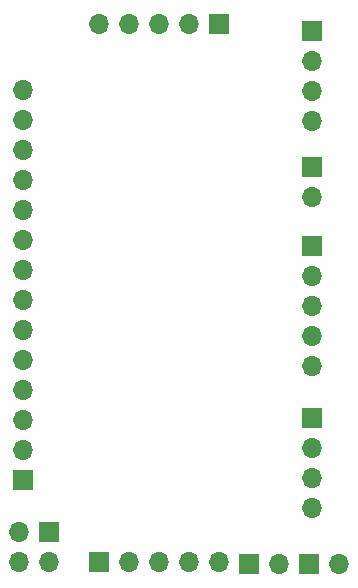
<source format=gbs>
G04 #@! TF.GenerationSoftware,KiCad,Pcbnew,(5.1.6-0-10_14)*
G04 #@! TF.CreationDate,2021-04-27T13:26:49+09:00*
G04 #@! TF.ProjectId,qPCR-photosensing,71504352-2d70-4686-9f74-6f73656e7369,rev?*
G04 #@! TF.SameCoordinates,Original*
G04 #@! TF.FileFunction,Soldermask,Bot*
G04 #@! TF.FilePolarity,Negative*
%FSLAX46Y46*%
G04 Gerber Fmt 4.6, Leading zero omitted, Abs format (unit mm)*
G04 Created by KiCad (PCBNEW (5.1.6-0-10_14)) date 2021-04-27 13:26:49*
%MOMM*%
%LPD*%
G01*
G04 APERTURE LIST*
%ADD10O,1.700000X1.700000*%
%ADD11R,1.700000X1.700000*%
G04 APERTURE END LIST*
D10*
X86730000Y-69980000D03*
X86730000Y-72520000D03*
X86730000Y-75060000D03*
X86730000Y-77600000D03*
X86730000Y-80140000D03*
X86730000Y-82680000D03*
X86730000Y-85220000D03*
X86730000Y-87760000D03*
X86730000Y-90300000D03*
X86730000Y-92840000D03*
X86730000Y-95380000D03*
X86730000Y-97920000D03*
X86730000Y-100460000D03*
D11*
X86730000Y-103000000D03*
X110980000Y-110130000D03*
D10*
X113520000Y-110130000D03*
X86360000Y-110000000D03*
X86360000Y-107460000D03*
X88900000Y-110000000D03*
D11*
X88900000Y-107460000D03*
D10*
X111200000Y-93360000D03*
X111200000Y-90820000D03*
X111200000Y-88280000D03*
X111200000Y-85740000D03*
D11*
X111200000Y-83200000D03*
D10*
X111200000Y-79040000D03*
D11*
X111200000Y-76500000D03*
D10*
X111200000Y-105420000D03*
X111200000Y-102880000D03*
X111200000Y-100340000D03*
D11*
X111200000Y-97800000D03*
D10*
X103298000Y-110000000D03*
X100758000Y-110000000D03*
X98218000Y-110000000D03*
X95678000Y-110000000D03*
D11*
X93138000Y-110000000D03*
X103298000Y-64440000D03*
D10*
X100758000Y-64440000D03*
X98218000Y-64440000D03*
X95678000Y-64440000D03*
X93138000Y-64440000D03*
D11*
X105900000Y-110130000D03*
D10*
X108440000Y-110130000D03*
X111200000Y-72620000D03*
X111200000Y-70080000D03*
X111200000Y-67540000D03*
D11*
X111200000Y-65000000D03*
M02*

</source>
